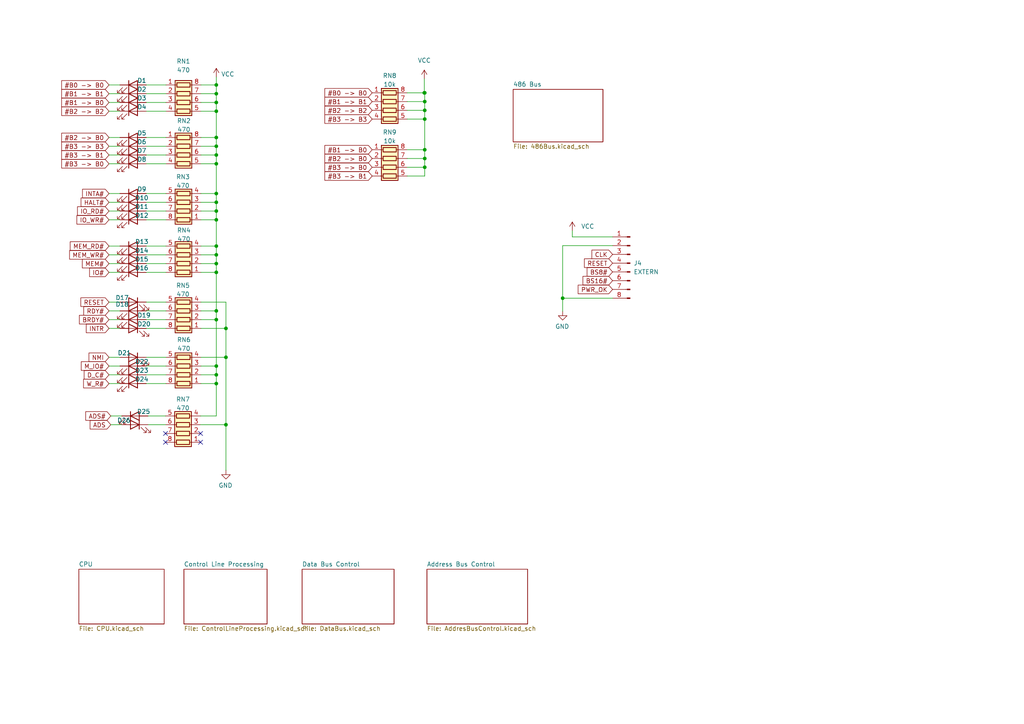
<source format=kicad_sch>
(kicad_sch (version 20211123) (generator eeschema)
  (paper "A4")
  (lib_symbols
    (symbol "Connector:Conn_01x08_Male" (pin_names (offset 1.016) hide)
      (property "Reference" "J" (at 0 10.16 0))
      (property "Value" "Conn_01x08_Male" (at 0 -12.7 0))
      (symbol "Conn_01x08_Male_1_1"
        (polyline (pts (xy 1.27 -10.16) (xy 0.8636 -10.16)) (stroke (width 0.1524)))
        (polyline (pts (xy 1.27 -7.62) (xy 0.8636 -7.62)) (stroke (width 0.1524)))
        (polyline (pts (xy 1.27 -5.08) (xy 0.8636 -5.08)) (stroke (width 0.1524)))
        (polyline (pts (xy 1.27 -2.54) (xy 0.8636 -2.54)) (stroke (width 0.1524)))
        (polyline (pts (xy 1.27 0) (xy 0.8636 0)) (stroke (width 0.1524)))
        (polyline (pts (xy 1.27 2.54) (xy 0.8636 2.54)) (stroke (width 0.1524)))
        (polyline (pts (xy 1.27 5.08) (xy 0.8636 5.08)) (stroke (width 0.1524)))
        (polyline (pts (xy 1.27 7.62) (xy 0.8636 7.62)) (stroke (width 0.1524)))
        (rectangle (start 0.8636 -10.033) (end 0 -10.287) (stroke (width 0.1524)) (fill (type outline)))
        (rectangle (start 0.8636 -7.493) (end 0 -7.747) (stroke (width 0.1524)) (fill (type outline)))
        (rectangle (start 0.8636 -4.953) (end 0 -5.207) (stroke (width 0.1524)) (fill (type outline)))
        (rectangle (start 0.8636 -2.413) (end 0 -2.667) (stroke (width 0.1524)) (fill (type outline)))
        (rectangle (start 0.8636 0.127) (end 0 -0.127) (stroke (width 0.1524)) (fill (type outline)))
        (rectangle (start 0.8636 2.667) (end 0 2.413) (stroke (width 0.1524)) (fill (type outline)))
        (rectangle (start 0.8636 5.207) (end 0 4.953) (stroke (width 0.1524)) (fill (type outline)))
        (rectangle (start 0.8636 7.747) (end 0 7.493) (stroke (width 0.1524)) (fill (type outline)))
        (pin passive line (at 5.08 7.62 180) (length 3.81) (name "Pin_1") (number "1"))
        (pin passive line (at 5.08 5.08 180) (length 3.81) (name "Pin_2") (number "2"))
        (pin passive line (at 5.08 2.54 180) (length 3.81) (name "Pin_3") (number "3"))
        (pin passive line (at 5.08 0 180) (length 3.81) (name "Pin_4") (number "4"))
        (pin passive line (at 5.08 -2.54 180) (length 3.81) (name "Pin_5") (number "5"))
        (pin passive line (at 5.08 -5.08 180) (length 3.81) (name "Pin_6") (number "6"))
        (pin passive line (at 5.08 -7.62 180) (length 3.81) (name "Pin_7") (number "7"))
        (pin passive line (at 5.08 -10.16 180) (length 3.81) (name "Pin_8") (number "8"))
      )
    )
    (symbol "Device:LED" (pin_numbers hide) (pin_names (offset 1.016) hide)
      (property "Reference" "D" (at 0 2.54 0))
      (property "Value" "LED" (at 0 -2.54 0))
      (symbol "LED_0_1"
        (polyline (pts (xy -1.27 -1.27) (xy -1.27 1.27)) (stroke (width 0.254)))
        (polyline (pts (xy -1.27 0) (xy 1.27 0)))
        (polyline (pts (xy 1.27 -1.27) (xy 1.27 1.27) (xy -1.27 0) (xy 1.27 -1.27)) (stroke (width 0.254)))
        (polyline (pts (xy -3.048 -0.762) (xy -4.572 -2.286) (xy -3.81 -2.286) (xy -4.572 -2.286) (xy -4.572 -1.524)))
        (polyline (pts (xy -1.778 -0.762) (xy -3.302 -2.286) (xy -2.54 -2.286) (xy -3.302 -2.286) (xy -3.302 -1.524)))
      )
      (symbol "LED_1_1"
        (pin passive line (at -3.81 0 0) (length 2.54) (name "K") (number "1"))
        (pin passive line (at 3.81 0 180) (length 2.54) (name "A") (number "2"))
      )
    )
    (symbol "Device:R_Pack04" (pin_names (offset 0) hide)
      (property "Reference" "RN" (at -7.62 0 90))
      (property "Value" "R_Pack04" (at 5.08 0 90))
      (symbol "R_Pack04_0_1"
        (rectangle (start -6.35 -2.413) (end 3.81 2.413) (stroke (width 0.254)) (fill (type background)))
        (rectangle (start -5.715 1.905) (end -4.445 -1.905) (stroke (width 0.254)))
        (rectangle (start -3.175 1.905) (end -1.905 -1.905) (stroke (width 0.254)))
        (rectangle (start -0.635 1.905) (end 0.635 -1.905) (stroke (width 0.254)))
        (polyline (pts (xy -5.08 -2.54) (xy -5.08 -1.905)))
        (polyline (pts (xy -5.08 1.905) (xy -5.08 2.54)))
        (polyline (pts (xy -2.54 -2.54) (xy -2.54 -1.905)))
        (polyline (pts (xy -2.54 1.905) (xy -2.54 2.54)))
        (polyline (pts (xy 0 -2.54) (xy 0 -1.905)))
        (polyline (pts (xy 0 1.905) (xy 0 2.54)))
        (polyline (pts (xy 2.54 -2.54) (xy 2.54 -1.905)))
        (polyline (pts (xy 2.54 1.905) (xy 2.54 2.54)))
        (rectangle (start 1.905 1.905) (end 3.175 -1.905) (stroke (width 0.254)))
      )
      (symbol "R_Pack04_1_1"
        (pin passive line (at -5.08 -5.08 90) (length 2.54) (name "R1.1") (number "1"))
        (pin passive line (at -2.54 -5.08 90) (length 2.54) (name "R2.1") (number "2"))
        (pin passive line (at 0 -5.08 90) (length 2.54) (name "R3.1") (number "3"))
        (pin passive line (at 2.54 -5.08 90) (length 2.54) (name "R4.1") (number "4"))
        (pin passive line (at 2.54 5.08 270) (length 2.54) (name "R4.2") (number "5"))
        (pin passive line (at 0 5.08 270) (length 2.54) (name "R3.2") (number "6"))
        (pin passive line (at -2.54 5.08 270) (length 2.54) (name "R2.2") (number "7"))
        (pin passive line (at -5.08 5.08 270) (length 2.54) (name "R1.2") (number "8"))
      )
    )
    (symbol "power:GND" (power) (pin_names (offset 0))
      (property "Value" "GND" (at 0 -3.81 0))
      (symbol "GND_0_1"
        (polyline (pts (xy 0 0) (xy 0 -1.27) (xy 1.27 -1.27) (xy 0 -2.54) (xy -1.27 -1.27) (xy 0 -1.27)))
      )
      (symbol "GND_1_1"
        (pin power_in line (at 0 0 270) (length 0) hide (name "GND") (number "1"))
      )
    )
    (symbol "power:VCC" (power) (pin_names (offset 0))
      (property "Value" "VCC" (at 0 3.81 0))
      (symbol "VCC_0_1"
        (polyline (pts (xy -0.762 1.27) (xy 0 2.54)))
        (polyline (pts (xy 0 0) (xy 0 2.54)))
        (polyline (pts (xy 0 2.54) (xy 0.762 1.27)))
      )
      (symbol "VCC_1_1"
        (pin power_in line (at 0 0 90) (length 0) hide (name "VCC") (number "1"))
      )
    )
  )
  (junction (at 65.532 95.25))
  (junction (at 62.738 92.71))
  (junction (at 123.19 29.464))
  (junction (at 62.738 76.454))
  (junction (at 62.738 42.418))
  (junction (at 62.738 44.958))
  (junction (at 65.532 123.19))
  (junction (at 62.738 47.498))
  (junction (at 62.738 39.878))
  (junction (at 123.19 45.974))
  (junction (at 123.19 48.514))
  (junction (at 62.738 111.252))
  (junction (at 123.19 32.004))
  (junction (at 62.738 108.712))
  (junction (at 62.738 73.914))
  (junction (at 65.532 103.632))
  (junction (at 62.738 71.374))
  (junction (at 62.738 32.258))
  (junction (at 62.738 56.134))
  (junction (at 123.063 26.924))
  (junction (at 62.738 58.674))
  (junction (at 62.738 29.718))
  (junction (at 62.738 27.178))
  (junction (at 62.738 78.994))
  (junction (at 62.738 90.17))
  (junction (at 62.738 106.172))
  (junction (at 123.19 34.544))
  (junction (at 62.738 63.754))
  (junction (at 123.19 26.924))
  (junction (at 62.738 24.638))
  (junction (at 62.738 61.214))
  (junction (at 123.19 43.434))
  (junction (at 163.195 86.487))
  (no_connect (at 48.006 125.73))
  (no_connect (at 48.006 128.27))
  (no_connect (at 58.166 125.73))
  (no_connect (at 58.166 128.27))
  (wire (pts (xy 48.133 29.718) (xy 42.418 29.718)))
  (wire (pts (xy 58.293 78.994) (xy 62.738 78.994)))
  (wire (pts (xy 58.293 56.134) (xy 62.738 56.134)))
  (wire (pts (xy 31.623 71.374) (xy 34.798 71.374)))
  (wire (pts (xy 65.532 123.19) (xy 65.532 136.398)))
  (wire (pts (xy 48.133 27.178) (xy 42.418 27.178)))
  (wire (pts (xy 58.293 44.958) (xy 62.738 44.958)))
  (wire (pts (xy 31.623 27.178) (xy 34.798 27.178)))
  (wire (pts (xy 48.133 24.638) (xy 42.418 24.638)))
  (wire (pts (xy 62.738 71.374) (xy 62.738 73.914)))
  (wire (pts (xy 62.738 47.498) (xy 62.738 56.134)))
  (wire (pts (xy 62.738 27.178) (xy 62.738 29.718)))
  (wire (pts (xy 42.418 61.214) (xy 48.133 61.214)))
  (wire (pts (xy 58.293 29.718) (xy 62.738 29.718)))
  (wire (pts (xy 62.738 78.994) (xy 62.738 90.17)))
  (wire (pts (xy 58.293 92.71) (xy 62.738 92.71)))
  (wire (pts (xy 42.418 56.134) (xy 48.133 56.134)))
  (wire (pts (xy 118.11 29.464) (xy 123.19 29.464)))
  (wire (pts (xy 62.738 22.352) (xy 62.738 24.638)))
  (wire (pts (xy 58.293 39.878) (xy 62.738 39.878)))
  (wire (pts (xy 31.623 87.63) (xy 34.798 87.63)))
  (wire (pts (xy 123.19 29.464) (xy 123.19 32.004)))
  (wire (pts (xy 31.623 76.454) (xy 34.798 76.454)))
  (wire (pts (xy 48.133 42.418) (xy 42.418 42.418)))
  (wire (pts (xy 58.293 90.17) (xy 62.738 90.17)))
  (wire (pts (xy 32.131 123.19) (xy 35.306 123.19)))
  (wire (pts (xy 48.133 78.994) (xy 42.418 78.994)))
  (wire (pts (xy 31.623 108.712) (xy 34.798 108.712)))
  (wire (pts (xy 62.738 56.134) (xy 62.738 58.674)))
  (wire (pts (xy 65.532 95.25) (xy 65.532 103.632)))
  (wire (pts (xy 42.418 58.674) (xy 48.133 58.674)))
  (wire (pts (xy 58.293 27.178) (xy 62.738 27.178)))
  (wire (pts (xy 58.293 73.914) (xy 62.738 73.914)))
  (wire (pts (xy 58.293 76.454) (xy 62.738 76.454)))
  (wire (pts (xy 165.989 68.707) (xy 177.673 68.707)))
  (wire (pts (xy 62.738 44.958) (xy 62.738 47.498)))
  (wire (pts (xy 123.19 32.004) (xy 123.19 34.544)))
  (wire (pts (xy 31.623 39.878) (xy 34.798 39.878)))
  (wire (pts (xy 48.133 95.25) (xy 42.418 95.25)))
  (wire (pts (xy 118.11 43.434) (xy 123.19 43.434)))
  (wire (pts (xy 123.19 48.514) (xy 123.19 51.054)))
  (wire (pts (xy 31.623 73.914) (xy 34.798 73.914)))
  (wire (pts (xy 31.623 44.958) (xy 34.798 44.958)))
  (wire (pts (xy 31.623 47.498) (xy 34.798 47.498)))
  (wire (pts (xy 48.133 103.632) (xy 42.418 103.632)))
  (wire (pts (xy 48.133 47.498) (xy 42.418 47.498)))
  (wire (pts (xy 62.738 29.718) (xy 62.738 32.258)))
  (wire (pts (xy 62.738 58.674) (xy 62.738 61.214)))
  (wire (pts (xy 31.623 42.418) (xy 34.798 42.418)))
  (wire (pts (xy 118.11 51.054) (xy 123.19 51.054)))
  (wire (pts (xy 65.532 103.632) (xy 65.532 123.19)))
  (wire (pts (xy 58.293 47.498) (xy 62.738 47.498)))
  (wire (pts (xy 48.006 123.19) (xy 42.926 123.19)))
  (wire (pts (xy 31.623 58.674) (xy 34.798 58.674)))
  (wire (pts (xy 118.11 26.924) (xy 123.063 26.924)))
  (wire (pts (xy 58.293 61.214) (xy 62.738 61.214)))
  (wire (pts (xy 42.418 63.754) (xy 48.133 63.754)))
  (wire (pts (xy 48.133 76.454) (xy 42.418 76.454)))
  (wire (pts (xy 32.131 120.65) (xy 35.306 120.65)))
  (wire (pts (xy 48.133 73.914) (xy 42.418 73.914)))
  (wire (pts (xy 31.623 90.17) (xy 34.798 90.17)))
  (wire (pts (xy 31.623 61.214) (xy 34.798 61.214)))
  (wire (pts (xy 123.063 22.86) (xy 123.063 26.924)))
  (wire (pts (xy 58.293 95.25) (xy 65.532 95.25)))
  (wire (pts (xy 123.19 26.924) (xy 123.19 29.464)))
  (wire (pts (xy 62.738 63.754) (xy 62.738 71.374)))
  (wire (pts (xy 48.006 120.65) (xy 42.926 120.65)))
  (wire (pts (xy 62.738 42.418) (xy 62.738 44.958)))
  (wire (pts (xy 58.293 42.418) (xy 62.738 42.418)))
  (wire (pts (xy 62.738 92.71) (xy 62.738 106.172)))
  (wire (pts (xy 31.623 32.258) (xy 34.798 32.258)))
  (wire (pts (xy 48.133 39.878) (xy 42.418 39.878)))
  (wire (pts (xy 31.623 92.71) (xy 34.798 92.71)))
  (wire (pts (xy 58.293 71.374) (xy 62.738 71.374)))
  (wire (pts (xy 48.133 111.252) (xy 42.418 111.252)))
  (wire (pts (xy 118.11 32.004) (xy 123.19 32.004)))
  (wire (pts (xy 31.623 111.252) (xy 34.798 111.252)))
  (wire (pts (xy 58.293 24.638) (xy 62.738 24.638)))
  (wire (pts (xy 123.19 43.434) (xy 123.19 45.974)))
  (wire (pts (xy 48.133 71.374) (xy 42.418 71.374)))
  (wire (pts (xy 163.195 86.487) (xy 163.195 90.297)))
  (wire (pts (xy 48.133 90.17) (xy 42.418 90.17)))
  (wire (pts (xy 31.623 63.754) (xy 34.798 63.754)))
  (wire (pts (xy 48.133 44.958) (xy 42.418 44.958)))
  (wire (pts (xy 118.11 48.514) (xy 123.19 48.514)))
  (wire (pts (xy 31.623 56.134) (xy 34.798 56.134)))
  (wire (pts (xy 48.133 108.712) (xy 42.418 108.712)))
  (wire (pts (xy 163.195 71.247) (xy 163.195 86.487)))
  (wire (pts (xy 58.293 108.712) (xy 62.738 108.712)))
  (wire (pts (xy 58.293 87.63) (xy 65.532 87.63)))
  (wire (pts (xy 62.738 76.454) (xy 62.738 78.994)))
  (wire (pts (xy 48.133 87.63) (xy 42.418 87.63)))
  (wire (pts (xy 48.133 92.71) (xy 42.418 92.71)))
  (wire (pts (xy 62.738 32.258) (xy 62.738 39.878)))
  (wire (pts (xy 31.623 29.718) (xy 34.798 29.718)))
  (wire (pts (xy 177.673 71.247) (xy 163.195 71.247)))
  (wire (pts (xy 58.293 111.252) (xy 62.738 111.252)))
  (wire (pts (xy 31.623 78.994) (xy 34.798 78.994)))
  (wire (pts (xy 58.293 58.674) (xy 62.738 58.674)))
  (wire (pts (xy 62.738 111.252) (xy 62.738 108.712)))
  (wire (pts (xy 31.623 103.632) (xy 34.798 103.632)))
  (wire (pts (xy 62.738 90.17) (xy 62.738 92.71)))
  (wire (pts (xy 31.623 106.172) (xy 34.798 106.172)))
  (wire (pts (xy 58.293 106.172) (xy 62.738 106.172)))
  (wire (pts (xy 58.293 103.632) (xy 65.532 103.632)))
  (wire (pts (xy 58.166 123.19) (xy 65.532 123.19)))
  (wire (pts (xy 62.738 39.878) (xy 62.738 42.418)))
  (wire (pts (xy 62.738 24.638) (xy 62.738 27.178)))
  (wire (pts (xy 62.738 61.214) (xy 62.738 63.754)))
  (wire (pts (xy 58.293 63.754) (xy 62.738 63.754)))
  (wire (pts (xy 58.166 120.65) (xy 62.738 120.65)))
  (wire (pts (xy 123.19 34.544) (xy 123.19 43.434)))
  (wire (pts (xy 65.532 87.63) (xy 65.532 95.25)))
  (wire (pts (xy 48.133 32.258) (xy 42.418 32.258)))
  (wire (pts (xy 163.195 86.487) (xy 177.673 86.487)))
  (wire (pts (xy 62.738 106.172) (xy 62.738 108.712)))
  (wire (pts (xy 62.738 120.65) (xy 62.738 111.252)))
  (wire (pts (xy 58.293 32.258) (xy 62.738 32.258)))
  (wire (pts (xy 118.11 34.544) (xy 123.19 34.544)))
  (wire (pts (xy 118.11 45.974) (xy 123.19 45.974)))
  (wire (pts (xy 123.19 45.974) (xy 123.19 48.514)))
  (wire (pts (xy 165.989 66.929) (xy 165.989 68.707)))
  (wire (pts (xy 31.623 24.638) (xy 34.798 24.638)))
  (wire (pts (xy 62.738 73.914) (xy 62.738 76.454)))
  (wire (pts (xy 123.063 26.924) (xy 123.19 26.924)))
  (wire (pts (xy 48.133 106.172) (xy 42.418 106.172)))
  (wire (pts (xy 31.623 95.25) (xy 34.798 95.25)))
  (global_label "#B3 -> B0" (shape input) (at 31.623 47.498 180) (property "Intersheet References" "${INTERSHEET_REFS}" (effects hide)))
  (global_label "PWR_OK" (shape input) (at 177.673 83.947 180) (property "Intersheet References" "${INTERSHEET_REFS}" (effects hide)))
  (global_label "#B0 -> B0" (shape input) (at 107.95 26.924 180) (property "Intersheet References" "${INTERSHEET_REFS}" (effects hide)))
  (global_label "BS8#" (shape input) (at 177.673 78.867 180) (property "Intersheet References" "${INTERSHEET_REFS}" (effects hide)))
  (global_label "#B2 -> B0" (shape input) (at 107.95 45.974 180) (property "Intersheet References" "${INTERSHEET_REFS}" (effects hide)))
  (global_label "#B1 -> B0" (shape input) (at 31.623 29.718 180) (property "Intersheet References" "${INTERSHEET_REFS}" (effects hide)))
  (global_label "MEM_WR#" (shape input) (at 31.623 73.914 180) (property "Intersheet References" "${INTERSHEET_REFS}" (effects hide)))
  (global_label "D_C#" (shape input) (at 31.623 108.712 180) (property "Intersheet References" "${INTERSHEET_REFS}" (effects hide)))
  (global_label "NMI" (shape input) (at 31.623 103.632 180) (property "Intersheet References" "${INTERSHEET_REFS}" (effects hide)))
  (global_label "#B2 -> B0" (shape input) (at 31.623 39.878 180) (property "Intersheet References" "${INTERSHEET_REFS}" (effects hide)))
  (global_label "#B1 -> B0" (shape input) (at 107.95 43.434 180) (property "Intersheet References" "${INTERSHEET_REFS}" (effects hide)))
  (global_label "CLK" (shape input) (at 177.673 73.787 180) (property "Intersheet References" "${INTERSHEET_REFS}" (effects hide)))
  (global_label "#B3 -> B1" (shape input) (at 31.623 44.958 180) (property "Intersheet References" "${INTERSHEET_REFS}" (effects hide)))
  (global_label "#B3 -> B3" (shape input) (at 31.623 42.418 180) (property "Intersheet References" "${INTERSHEET_REFS}" (effects hide)))
  (global_label "#B3 -> B0" (shape input) (at 107.95 48.514 180) (property "Intersheet References" "${INTERSHEET_REFS}" (effects hide)))
  (global_label "INTA#" (shape input) (at 31.623 56.134 180) (property "Intersheet References" "${INTERSHEET_REFS}" (effects hide)))
  (global_label "M_IO#" (shape input) (at 31.623 106.172 180) (property "Intersheet References" "${INTERSHEET_REFS}" (effects hide)))
  (global_label "RESET" (shape input) (at 177.673 76.327 180) (property "Intersheet References" "${INTERSHEET_REFS}" (effects hide)))
  (global_label "#B3 -> B1" (shape input) (at 107.95 51.054 180) (property "Intersheet References" "${INTERSHEET_REFS}" (effects hide)))
  (global_label "IO#" (shape input) (at 31.623 78.994 180) (property "Intersheet References" "${INTERSHEET_REFS}" (effects hide)))
  (global_label "#B1 -> B1" (shape input) (at 107.95 29.464 180) (property "Intersheet References" "${INTERSHEET_REFS}" (effects hide)))
  (global_label "INTR" (shape input) (at 31.623 95.25 180) (property "Intersheet References" "${INTERSHEET_REFS}" (effects hide)))
  (global_label "W_R#" (shape input) (at 31.623 111.252 180) (property "Intersheet References" "${INTERSHEET_REFS}" (effects hide)))
  (global_label "#B1 -> B1" (shape input) (at 31.623 27.178 180) (property "Intersheet References" "${INTERSHEET_REFS}" (effects hide)))
  (global_label "#B0 -> B0" (shape input) (at 31.623 24.638 180) (property "Intersheet References" "${INTERSHEET_REFS}" (effects hide)))
  (global_label "#B2 -> B2" (shape input) (at 31.623 32.258 180) (property "Intersheet References" "${INTERSHEET_REFS}" (effects hide)))
  (global_label "IO_WR#" (shape input) (at 31.623 63.754 180) (property "Intersheet References" "${INTERSHEET_REFS}" (effects hide)))
  (global_label "IO_RD#" (shape input) (at 31.623 61.214 180) (property "Intersheet References" "${INTERSHEET_REFS}" (effects hide)))
  (global_label "BS16#" (shape input) (at 177.673 81.407 180) (property "Intersheet References" "${INTERSHEET_REFS}" (effects hide)))
  (global_label "BRDY#" (shape input) (at 31.623 92.71 180) (property "Intersheet References" "${INTERSHEET_REFS}" (effects hide)))
  (global_label "RDY#" (shape input) (at 31.623 90.17 180) (property "Intersheet References" "${INTERSHEET_REFS}" (effects hide)))
  (global_label "RESET" (shape input) (at 31.623 87.63 180) (property "Intersheet References" "${INTERSHEET_REFS}" (effects hide)))
  (global_label "ADS#" (shape input) (at 32.131 120.65 180) (property "Intersheet References" "${INTERSHEET_REFS}" (effects hide)))
  (global_label "#B3 -> B3" (shape input) (at 107.95 34.544 180) (property "Intersheet References" "${INTERSHEET_REFS}" (effects hide)))
  (global_label "HALT#" (shape input) (at 31.623 58.674 180) (property "Intersheet References" "${INTERSHEET_REFS}" (effects hide)))
  (global_label "#B2 -> B2" (shape input) (at 107.95 32.004 180) (property "Intersheet References" "${INTERSHEET_REFS}" (effects hide)))
  (global_label "ADS" (shape input) (at 32.131 123.19 180) (property "Intersheet References" "${INTERSHEET_REFS}" (effects hide)))
  (global_label "MEM#" (shape input) (at 31.623 76.454 180) (property "Intersheet References" "${INTERSHEET_REFS}" (effects hide)))
  (global_label "MEM_RD#" (shape input) (at 31.623 71.374 180) (property "Intersheet References" "${INTERSHEET_REFS}" (effects hide)))
  (symbol (lib_id "Device:R_Pack04") (at 53.213 29.718 270) (unit 1)
    (property "Reference" "RN1" (at 53.213 17.78 90))
    (property "Value" "470" (at 53.213 20.32 90))
    (property "Footprint" "Resistor_SMD:R_Array_Convex_4x0612" (effects hide))
  )
  (symbol (lib_id "Device:LED") (at 38.608 111.252 0) (unit 1)
    (property "Reference" "D24" (at 41.148 109.982 0))
    (property "Value" "BLUE" (effects hide))
    (property "Footprint" "LED_SMD:LED_0805_2012Metric_Pad1.15x1.40mm_HandSolder" (effects hide))
  )
  (symbol (lib_id "Device:LED") (at 38.608 73.914 0) (unit 1)
    (property "Reference" "D14" (at 41.148 72.644 0))
    (property "Value" "BLUE" (effects hide))
    (property "Footprint" "LED_SMD:LED_0805_2012Metric_Pad1.15x1.40mm_HandSolder" (effects hide))
  )
  (symbol (lib_id "Device:LED") (at 38.608 63.754 0) (unit 1)
    (property "Reference" "D12" (at 41.148 62.484 0))
    (property "Value" "BLUE" (effects hide))
    (property "Footprint" "LED_SMD:LED_0805_2012Metric_Pad1.15x1.40mm_HandSolder" (effects hide))
  )
  (symbol (lib_id "Device:LED") (at 38.608 71.374 0) (unit 1)
    (property "Reference" "D13" (at 41.148 70.104 0))
    (property "Value" "BLUE" (effects hide))
    (property "Footprint" "LED_SMD:LED_0805_2012Metric_Pad1.15x1.40mm_HandSolder" (effects hide))
  )
  (symbol (lib_id "Device:LED") (at 38.608 29.718 0) (unit 1)
    (property "Reference" "D3" (at 41.148 28.448 0))
    (property "Value" "BLUE" (effects hide))
    (property "Footprint" "LED_SMD:LED_0805_2012Metric_Pad1.15x1.40mm_HandSolder" (effects hide))
  )
  (symbol (lib_id "Device:LED") (at 38.608 47.498 0) (unit 1)
    (property "Reference" "D8" (at 41.148 46.228 0))
    (property "Value" "BLUE" (effects hide))
    (property "Footprint" "LED_SMD:LED_0805_2012Metric_Pad1.15x1.40mm_HandSolder" (effects hide))
  )
  (symbol (lib_id "Device:LED") (at 38.608 103.632 0) (mirror y) (unit 1)
    (property "Reference" "D21" (at 36.068 102.362 0))
    (property "Value" "BLUE" (effects hide))
    (property "Footprint" "LED_SMD:LED_0805_2012Metric_Pad1.15x1.40mm_HandSolder" (effects hide))
  )
  (symbol (lib_id "power:GND") (at 65.532 136.398 0) (mirror y) (unit 1)
    (property "Reference" "#PWR02" (effects hide))
    (property "Value" "GND" (at 65.405 140.7922 0))
  )
  (symbol (lib_id "Device:R_Pack04") (at 113.03 48.514 270) (unit 1)
    (property "Reference" "RN9" (at 113.03 38.354 90))
    (property "Value" "10k" (at 113.03 40.894 90))
    (property "Footprint" "Resistor_SMD:R_Array_Convex_4x0612" (effects hide))
  )
  (symbol (lib_id "power:VCC") (at 123.063 22.86 0) (unit 1)
    (property "Reference" "#PWR03" (effects hide))
    (property "Value" "VCC" (at 123.063 17.526 0))
  )
  (symbol (lib_id "Device:LED") (at 38.608 44.958 0) (unit 1)
    (property "Reference" "D7" (at 41.148 43.688 0))
    (property "Value" "BLUE" (effects hide))
    (property "Footprint" "LED_SMD:LED_0805_2012Metric_Pad1.15x1.40mm_HandSolder" (effects hide))
  )
  (symbol (lib_id "Device:R_Pack04") (at 53.213 58.674 90) (unit 1)
    (property "Reference" "RN3" (at 53.086 51.308 90))
    (property "Value" "470" (at 53.086 53.848 90))
    (property "Footprint" "Resistor_SMD:R_Array_Convex_4x0612" (effects hide))
  )
  (symbol (lib_id "Device:LED") (at 38.608 106.172 0) (unit 1)
    (property "Reference" "D22" (at 41.148 104.902 0))
    (property "Value" "BLUE" (effects hide))
    (property "Footprint" "LED_SMD:LED_0805_2012Metric_Pad1.15x1.40mm_HandSolder" (effects hide))
  )
  (symbol (lib_id "Device:LED") (at 38.608 92.71 0) (unit 1)
    (property "Reference" "D19" (at 41.783 91.44 0))
    (property "Value" "BLUE" (effects hide))
    (property "Footprint" "LED_SMD:LED_0805_2012Metric_Pad1.15x1.40mm_HandSolder" (effects hide))
  )
  (symbol (lib_id "Device:LED") (at 38.608 90.17 0) (unit 1)
    (property "Reference" "D18" (at 35.433 88.265 0))
    (property "Value" "BLUE" (effects hide))
    (property "Footprint" "LED_SMD:LED_0805_2012Metric_Pad1.15x1.40mm_HandSolder" (effects hide))
  )
  (symbol (lib_id "Device:LED") (at 38.608 108.712 0) (unit 1)
    (property "Reference" "D23" (at 41.148 107.442 0))
    (property "Value" "BLUE" (effects hide))
    (property "Footprint" "LED_SMD:LED_0805_2012Metric_Pad1.15x1.40mm_HandSolder" (effects hide))
  )
  (symbol (lib_id "power:VCC") (at 165.989 66.929 0) (unit 1)
    (property "Reference" "#PWR05" (effects hide))
    (property "Value" "VCC" (at 168.529 65.6589 0) (effects (justify left)))
  )
  (symbol (lib_id "power:GND") (at 163.195 90.297 0) (mirror y) (unit 1)
    (property "Reference" "#PWR04" (effects hide))
    (property "Value" "GND" (at 163.068 94.6912 0))
  )
  (symbol (lib_id "Device:LED") (at 39.116 123.19 0) (mirror y) (unit 1)
    (property "Reference" "D26" (at 35.941 121.92 0))
    (property "Value" "BLUE" (effects hide))
    (property "Footprint" "LED_SMD:LED_0805_2012Metric_Pad1.15x1.40mm_HandSolder" (effects hide))
  )
  (symbol (lib_id "Device:R_Pack04") (at 53.213 44.958 270) (unit 1)
    (property "Reference" "RN2" (at 53.34 35.052 90))
    (property "Value" "470" (at 53.34 37.592 90))
    (property "Footprint" "Resistor_SMD:R_Array_Convex_4x0612" (effects hide))
  )
  (symbol (lib_id "Device:R_Pack04") (at 53.213 90.17 90) (unit 1)
    (property "Reference" "RN5" (at 53.086 82.804 90))
    (property "Value" "470" (at 53.086 85.344 90))
    (property "Footprint" "Resistor_SMD:R_Array_Convex_4x0612" (effects hide))
  )
  (symbol (lib_id "Device:R_Pack04") (at 53.213 73.914 90) (unit 1)
    (property "Reference" "RN4" (at 53.34 66.802 90))
    (property "Value" "470" (at 53.34 69.342 90))
    (property "Footprint" "Resistor_SMD:R_Array_Convex_4x0612" (effects hide))
  )
  (symbol (lib_id "Device:LED") (at 38.608 24.638 0) (unit 1)
    (property "Reference" "D1" (at 41.148 23.368 0))
    (property "Value" "BLUE" (effects hide))
    (property "Footprint" "LED_SMD:LED_0805_2012Metric_Pad1.15x1.40mm_HandSolder" (effects hide))
  )
  (symbol (lib_id "Device:LED") (at 38.608 56.134 0) (unit 1)
    (property "Reference" "D9" (at 41.148 54.864 0))
    (property "Value" "BLUE" (effects hide))
    (property "Footprint" "LED_SMD:LED_0805_2012Metric_Pad1.15x1.40mm_HandSolder" (effects hide))
  )
  (symbol (lib_id "Device:LED") (at 38.608 87.63 0) (mirror y) (unit 1)
    (property "Reference" "D17" (at 35.433 86.36 0))
    (property "Value" "BLUE" (effects hide))
    (property "Footprint" "LED_SMD:LED_0805_2012Metric_Pad1.15x1.40mm_HandSolder" (effects hide))
  )
  (symbol (lib_id "Device:R_Pack04") (at 53.086 123.19 90) (unit 1)
    (property "Reference" "RN7" (at 53.086 115.824 90))
    (property "Value" "470" (at 53.086 118.364 90))
    (property "Footprint" "Resistor_SMD:R_Array_Convex_4x0612" (effects hide))
  )
  (symbol (lib_id "Connector:Conn_01x08_Male") (at 182.753 76.327 0) (mirror y) (unit 1)
    (property "Reference" "J4" (at 183.769 76.3269 0) (effects (justify right)))
    (property "Value" "EXTERN" (at 183.769 78.8669 0) (effects (justify right)))
    (property "Footprint" "Connector_PinSocket_2.54mm:PinSocket_1x08_P2.54mm_Vertical" (effects hide))
  )
  (symbol (lib_id "Device:LED") (at 38.608 32.258 0) (unit 1)
    (property "Reference" "D4" (at 41.148 30.988 0))
    (property "Value" "BLUE" (effects hide))
    (property "Footprint" "LED_SMD:LED_0805_2012Metric_Pad1.15x1.40mm_HandSolder" (effects hide))
  )
  (symbol (lib_id "Device:LED") (at 38.608 58.674 0) (unit 1)
    (property "Reference" "D10" (at 41.148 57.404 0))
    (property "Value" "BLUE" (effects hide))
    (property "Footprint" "LED_SMD:LED_0805_2012Metric_Pad1.15x1.40mm_HandSolder" (effects hide))
  )
  (symbol (lib_id "Device:R_Pack04") (at 113.03 32.004 270) (unit 1)
    (property "Reference" "RN8" (at 113.03 21.9542 90))
    (property "Value" "10k" (at 113.03 24.4911 90))
    (property "Footprint" "Resistor_SMD:R_Array_Convex_4x0612" (effects hide))
  )
  (symbol (lib_id "Device:LED") (at 38.608 42.418 0) (unit 1)
    (property "Reference" "D6" (at 41.148 41.148 0))
    (property "Value" "BLUE" (effects hide))
    (property "Footprint" "LED_SMD:LED_0805_2012Metric_Pad1.15x1.40mm_HandSolder" (effects hide))
  )
  (symbol (lib_id "Device:R_Pack04") (at 53.213 106.172 90) (unit 1)
    (property "Reference" "RN6" (at 53.34 98.552 90))
    (property "Value" "470" (at 53.34 101.092 90))
    (property "Footprint" "Resistor_SMD:R_Array_Convex_4x0612" (effects hide))
  )
  (symbol (lib_id "Device:LED") (at 39.116 120.65 0) (unit 1)
    (property "Reference" "D25" (at 41.656 119.38 0))
    (property "Value" "BLUE" (effects hide))
    (property "Footprint" "LED_SMD:LED_0805_2012Metric_Pad1.15x1.40mm_HandSolder" (effects hide))
  )
  (symbol (lib_id "Device:LED") (at 38.608 61.214 0) (unit 1)
    (property "Reference" "D11" (at 41.148 59.944 0))
    (property "Value" "BLUE" (effects hide))
    (property "Footprint" "LED_SMD:LED_0805_2012Metric_Pad1.15x1.40mm_HandSolder" (effects hide))
  )
  (symbol (lib_id "Device:LED") (at 38.608 78.994 0) (unit 1)
    (property "Reference" "D16" (at 41.148 77.724 0))
    (property "Value" "BLUE" (effects hide))
    (property "Footprint" "LED_SMD:LED_0805_2012Metric_Pad1.15x1.40mm_HandSolder" (effects hide))
  )
  (symbol (lib_id "Device:LED") (at 38.608 39.878 0) (unit 1)
    (property "Reference" "D5" (at 41.148 38.608 0))
    (property "Value" "BLUE" (effects hide))
    (property "Footprint" "LED_SMD:LED_0805_2012Metric_Pad1.15x1.40mm_HandSolder" (effects hide))
  )
  (symbol (lib_id "Device:LED") (at 38.608 76.454 0) (unit 1)
    (property "Reference" "D15" (at 41.148 75.184 0))
    (property "Value" "BLUE" (effects hide))
    (property "Footprint" "LED_SMD:LED_0805_2012Metric_Pad1.15x1.40mm_HandSolder" (effects hide))
  )
  (symbol (lib_id "Device:LED") (at 38.608 27.178 0) (unit 1)
    (property "Reference" "D2" (at 41.148 25.908 0))
    (property "Value" "BLUE" (effects hide))
    (property "Footprint" "LED_SMD:LED_0805_2012Metric_Pad1.15x1.40mm_HandSolder" (effects hide))
  )
  (symbol (lib_id "Device:LED") (at 38.608 95.25 0) (mirror y) (unit 1)
    (property "Reference" "D20" (at 41.783 93.98 0))
    (property "Value" "BLUE" (effects hide))
    (property "Footprint" "LED_SMD:LED_0805_2012Metric_Pad1.15x1.40mm_HandSolder" (effects hide))
  )
  (symbol (lib_id "power:VCC") (at 62.738 22.352 0) (unit 1)
    (property "Reference" "#PWR01" (effects hide))
    (property "Value" "VCC" (at 64.135 21.5158 0) (effects (justify left)))
  )
  (sheet (at 22.86 165.1) (size 24.765 15.875) (stroke (width 0.1524))
    (property "Sheet name" "CPU" (at 22.86 164.3884 0) (effects (justify left bottom)))
    (property "Sheet file" "CPU.kicad_sch" (at 22.86 181.5596 0) (effects (justify left top)))
  )
  (sheet (at 123.825 165.1) (size 29.21 15.875) (stroke (width 0.1524))
    (property "Sheet name" "Address Bus Control" (at 123.825 164.3884 0) (effects (justify left bottom)))
    (property "Sheet file" "AddresBusControl.kicad_sch" (at 123.825 181.5596 0) (effects (justify left top)))
  )
  (sheet (at 53.34 165.1) (size 24.13 15.875) (stroke (width 0.1524))
    (property "Sheet name" "Control Line Processing" (at 53.34 164.3884 0) (effects (justify left bottom)))
    (property "Sheet file" "ControlLineProcessing.kicad_sch" (at 53.34 181.5596 0) (effects (justify left top)))
  )
  (sheet (at 148.844 25.908) (size 26.035 15.24) (stroke (width 0.1524))
    (property "Sheet name" "486 Bus" (at 148.844 25.1964 0) (effects (justify left bottom)))
    (property "Sheet file" "486Bus.kicad_sch" (at 148.844 41.7326 0) (effects (justify left top)))
  )
  (sheet (at 87.63 165.1) (size 26.67 15.875) (stroke (width 0.1524))
    (property "Sheet name" "Data Bus Control" (at 87.63 164.3884 0) (effects (justify left bottom)))
    (property "Sheet file" "DataBus.kicad_sch" (at 87.63 181.5596 0) (effects (justify left top)))
  )
)
</source>
